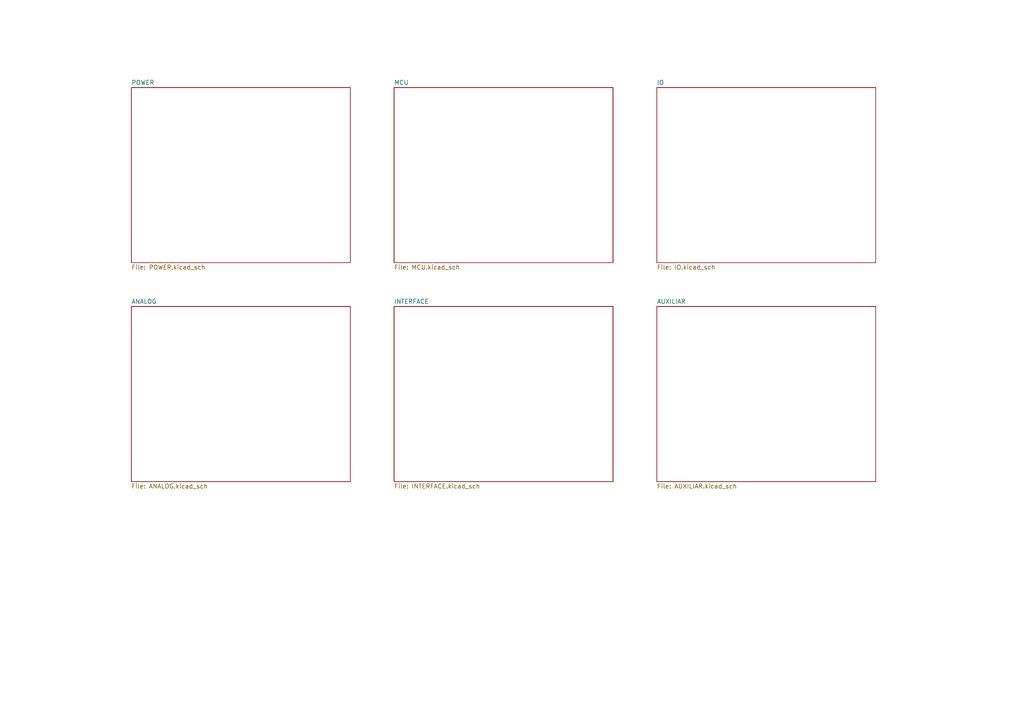
<source format=kicad_sch>
(kicad_sch
	(version 20231120)
	(generator "eeschema")
	(generator_version "8.0")
	(uuid "d5268f1b-b782-4609-86ee-ff462c2ec1ad")
	(paper "A4")
	(title_block
		(title "EMBARCADOS - CURSO PCB")
		(date "2024-11-11")
		(rev "00")
		(company "Mechatronix Lab")
		(comment 1 "Eng. André A. M. Araújo")
	)
	(lib_symbols)
	(sheet
		(at 38.1 25.4)
		(size 63.5 50.8)
		(fields_autoplaced yes)
		(stroke
			(width 0.1524)
			(type solid)
		)
		(fill
			(color 0 0 0 0.0000)
		)
		(uuid "25e9c17a-dec3-4329-9bcf-5cd51d1774f7")
		(property "Sheetname" "POWER"
			(at 38.1 24.6884 0)
			(effects
				(font
					(size 1.27 1.27)
				)
				(justify left bottom)
			)
		)
		(property "Sheetfile" "POWER.kicad_sch"
			(at 38.1 76.7846 0)
			(effects
				(font
					(size 1.27 1.27)
				)
				(justify left top)
			)
		)
		(instances
			(project "EMBARCADOS - CURSO PCB"
				(path "/d5268f1b-b782-4609-86ee-ff462c2ec1ad"
					(page "2")
				)
			)
		)
	)
	(sheet
		(at 190.5 25.4)
		(size 63.5 50.8)
		(fields_autoplaced yes)
		(stroke
			(width 0.1524)
			(type solid)
		)
		(fill
			(color 0 0 0 0.0000)
		)
		(uuid "5c5c1b35-8adb-4bed-8f60-c08a0db2168d")
		(property "Sheetname" "IO"
			(at 190.5 24.6884 0)
			(effects
				(font
					(size 1.27 1.27)
				)
				(justify left bottom)
			)
		)
		(property "Sheetfile" "IO.kicad_sch"
			(at 190.5 76.7846 0)
			(effects
				(font
					(size 1.27 1.27)
				)
				(justify left top)
			)
		)
		(instances
			(project "EMBARCADOS - CURSO PCB"
				(path "/d5268f1b-b782-4609-86ee-ff462c2ec1ad"
					(page "4")
				)
			)
		)
	)
	(sheet
		(at 114.3 88.9)
		(size 63.5 50.8)
		(fields_autoplaced yes)
		(stroke
			(width 0.1524)
			(type solid)
		)
		(fill
			(color 0 0 0 0.0000)
		)
		(uuid "6145c3a7-bcf4-4534-931d-bf3c6674fe6b")
		(property "Sheetname" "INTERFACE"
			(at 114.3 88.1884 0)
			(effects
				(font
					(size 1.27 1.27)
				)
				(justify left bottom)
			)
		)
		(property "Sheetfile" "INTERFACE.kicad_sch"
			(at 114.3 140.2846 0)
			(effects
				(font
					(size 1.27 1.27)
				)
				(justify left top)
			)
		)
		(instances
			(project "EMBARCADOS - CURSO PCB"
				(path "/d5268f1b-b782-4609-86ee-ff462c2ec1ad"
					(page "6")
				)
			)
		)
	)
	(sheet
		(at 38.1 88.9)
		(size 63.5 50.8)
		(fields_autoplaced yes)
		(stroke
			(width 0.1524)
			(type solid)
		)
		(fill
			(color 0 0 0 0.0000)
		)
		(uuid "9b5c5d79-aa85-43d6-bc66-deb2192346a3")
		(property "Sheetname" "ANALOG"
			(at 38.1 88.1884 0)
			(effects
				(font
					(size 1.27 1.27)
				)
				(justify left bottom)
			)
		)
		(property "Sheetfile" "ANALOG.kicad_sch"
			(at 38.1 140.2846 0)
			(effects
				(font
					(size 1.27 1.27)
				)
				(justify left top)
			)
		)
		(instances
			(project "EMBARCADOS - CURSO PCB"
				(path "/d5268f1b-b782-4609-86ee-ff462c2ec1ad"
					(page "5")
				)
			)
		)
	)
	(sheet
		(at 114.3 25.4)
		(size 63.5 50.8)
		(fields_autoplaced yes)
		(stroke
			(width 0.1524)
			(type solid)
		)
		(fill
			(color 0 0 0 0.0000)
		)
		(uuid "c29651ae-6018-447b-aeb5-0320701650ee")
		(property "Sheetname" "MCU"
			(at 114.3 24.6884 0)
			(effects
				(font
					(size 1.27 1.27)
				)
				(justify left bottom)
			)
		)
		(property "Sheetfile" "MCU.kicad_sch"
			(at 114.3 76.7846 0)
			(effects
				(font
					(size 1.27 1.27)
				)
				(justify left top)
			)
		)
		(instances
			(project "EMBARCADOS - CURSO PCB"
				(path "/d5268f1b-b782-4609-86ee-ff462c2ec1ad"
					(page "3")
				)
			)
		)
	)
	(sheet
		(at 190.5 88.9)
		(size 63.5 50.8)
		(fields_autoplaced yes)
		(stroke
			(width 0.1524)
			(type solid)
		)
		(fill
			(color 0 0 0 0.0000)
		)
		(uuid "f534a825-b21c-4738-ba21-86f09d9b870e")
		(property "Sheetname" "AUXILIAR"
			(at 190.5 88.1884 0)
			(effects
				(font
					(size 1.27 1.27)
				)
				(justify left bottom)
			)
		)
		(property "Sheetfile" "AUXILIAR.kicad_sch"
			(at 190.5 140.2846 0)
			(effects
				(font
					(size 1.27 1.27)
				)
				(justify left top)
			)
		)
		(instances
			(project "EMBARCADOS - CURSO PCB"
				(path "/d5268f1b-b782-4609-86ee-ff462c2ec1ad"
					(page "7")
				)
			)
		)
	)
	(sheet_instances
		(path "/"
			(page "1")
		)
	)
)

</source>
